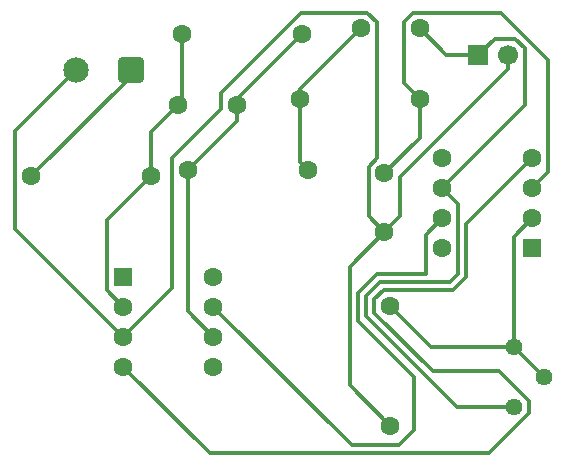
<source format=gbr>
%TF.GenerationSoftware,KiCad,Pcbnew,9.0.6*%
%TF.CreationDate,2025-11-19T17:39:34+05:30*%
%TF.ProjectId,ctd_project,6374645f-7072-46f6-9a65-63742e6b6963,rev?*%
%TF.SameCoordinates,Original*%
%TF.FileFunction,Copper,L2,Bot*%
%TF.FilePolarity,Positive*%
%FSLAX46Y46*%
G04 Gerber Fmt 4.6, Leading zero omitted, Abs format (unit mm)*
G04 Created by KiCad (PCBNEW 9.0.6) date 2025-11-19 17:39:34*
%MOMM*%
%LPD*%
G01*
G04 APERTURE LIST*
G04 Aperture macros list*
%AMRoundRect*
0 Rectangle with rounded corners*
0 $1 Rounding radius*
0 $2 $3 $4 $5 $6 $7 $8 $9 X,Y pos of 4 corners*
0 Add a 4 corners polygon primitive as box body*
4,1,4,$2,$3,$4,$5,$6,$7,$8,$9,$2,$3,0*
0 Add four circle primitives for the rounded corners*
1,1,$1+$1,$2,$3*
1,1,$1+$1,$4,$5*
1,1,$1+$1,$6,$7*
1,1,$1+$1,$8,$9*
0 Add four rect primitives between the rounded corners*
20,1,$1+$1,$2,$3,$4,$5,0*
20,1,$1+$1,$4,$5,$6,$7,0*
20,1,$1+$1,$6,$7,$8,$9,0*
20,1,$1+$1,$8,$9,$2,$3,0*%
G04 Aperture macros list end*
%TA.AperFunction,ComponentPad*%
%ADD10R,1.700000X1.700000*%
%TD*%
%TA.AperFunction,ComponentPad*%
%ADD11C,1.700000*%
%TD*%
%TA.AperFunction,ComponentPad*%
%ADD12RoundRect,0.250000X0.825000X0.825000X-0.825000X0.825000X-0.825000X-0.825000X0.825000X-0.825000X0*%
%TD*%
%TA.AperFunction,ComponentPad*%
%ADD13C,2.150000*%
%TD*%
%TA.AperFunction,ComponentPad*%
%ADD14C,1.600000*%
%TD*%
%TA.AperFunction,ComponentPad*%
%ADD15C,1.440000*%
%TD*%
%TA.AperFunction,ComponentPad*%
%ADD16RoundRect,0.250000X0.550000X0.550000X-0.550000X0.550000X-0.550000X-0.550000X0.550000X-0.550000X0*%
%TD*%
%TA.AperFunction,ComponentPad*%
%ADD17RoundRect,0.250000X-0.550000X-0.550000X0.550000X-0.550000X0.550000X0.550000X-0.550000X0.550000X0*%
%TD*%
%TA.AperFunction,Conductor*%
%ADD18C,0.300000*%
%TD*%
G04 APERTURE END LIST*
D10*
%TO.P,J1,1,Pin_1*%
%TO.N,/vout*%
X170960000Y-84250000D03*
D11*
%TO.P,J1,2,Pin_2*%
%TO.N,GND*%
X173500000Y-84250000D03*
%TD*%
D12*
%TO.P,J3,1,Pin_1*%
%TO.N,/vin*%
X141500000Y-85500000D03*
D13*
%TO.P,J3,2,Pin_2*%
%TO.N,GND*%
X136900000Y-85500000D03*
%TD*%
D14*
%TO.P,C2,1*%
%TO.N,Net-(U2-+)*%
X163000000Y-94250000D03*
%TO.P,C2,2*%
%TO.N,GND*%
X163000000Y-99250000D03*
%TD*%
D15*
%TO.P,RV1,1,1*%
%TO.N,/vout*%
X173960000Y-114040000D03*
%TO.P,RV1,2,2*%
%TO.N,Net-(U2--)*%
X176500000Y-111500000D03*
%TO.P,RV1,3,3*%
X173960000Y-108960000D03*
%TD*%
D16*
%TO.P,U2,1,NULL*%
%TO.N,unconnected-(U2-NULL-Pad1)*%
X175500000Y-100620000D03*
D14*
%TO.P,U2,2,-*%
%TO.N,Net-(U2--)*%
X175500000Y-98080000D03*
%TO.P,U2,3,+*%
%TO.N,Net-(U2-+)*%
X175500000Y-95540000D03*
%TO.P,U2,4,V-*%
%TO.N,VEE*%
X175500000Y-93000000D03*
%TO.P,U2,5,NULL*%
%TO.N,unconnected-(U2-NULL-Pad5)*%
X167880000Y-93000000D03*
%TO.P,U2,6*%
%TO.N,/vout*%
X167880000Y-95540000D03*
%TO.P,U2,7,V+*%
%TO.N,VCC*%
X167880000Y-98080000D03*
%TO.P,U2,8,NC*%
%TO.N,unconnected-(U2-NC-Pad8)*%
X167880000Y-100620000D03*
%TD*%
%TO.P,R2,1*%
%TO.N,Net-(U2-+)*%
X166000000Y-88000000D03*
%TO.P,R2,2*%
%TO.N,Net-(C1-Pad1)*%
X155840000Y-88000000D03*
%TD*%
%TO.P,R4,1*%
%TO.N,Net-(U2--)*%
X163500000Y-105500000D03*
%TO.P,R4,2*%
%TO.N,GND*%
X163500000Y-115660000D03*
%TD*%
%TO.P,C1,1*%
%TO.N,Net-(C1-Pad1)*%
X161000000Y-82000000D03*
%TO.P,C1,2*%
%TO.N,/vout*%
X166000000Y-82000000D03*
%TD*%
D17*
%TO.P,U1,1,NULL*%
%TO.N,unconnected-(U1-NULL-Pad1)*%
X140880000Y-103000000D03*
D14*
%TO.P,U1,2,-*%
%TO.N,Net-(U1--)*%
X140880000Y-105540000D03*
%TO.P,U1,3,+*%
%TO.N,GND*%
X140880000Y-108080000D03*
%TO.P,U1,4,V-*%
%TO.N,VEE*%
X140880000Y-110620000D03*
%TO.P,U1,5,NULL*%
%TO.N,unconnected-(U1-NULL-Pad5)*%
X148500000Y-110620000D03*
%TO.P,U1,6*%
%TO.N,Net-(C3-Pad2)*%
X148500000Y-108080000D03*
%TO.P,U1,7,V+*%
%TO.N,VCC*%
X148500000Y-105540000D03*
%TO.P,U1,8,NC*%
%TO.N,unconnected-(U1-NC-Pad8)*%
X148500000Y-103000000D03*
%TD*%
%TO.P,R5,1*%
%TO.N,/vin*%
X133090000Y-94500000D03*
%TO.P,R5,2*%
%TO.N,Net-(U1--)*%
X143250000Y-94500000D03*
%TD*%
%TO.P,R6,1*%
%TO.N,Net-(U1--)*%
X145840000Y-82500000D03*
%TO.P,R6,2*%
%TO.N,Net-(C3-Pad2)*%
X156000000Y-82500000D03*
%TD*%
%TO.P,R1,1*%
%TO.N,Net-(C1-Pad1)*%
X156500000Y-94000000D03*
%TO.P,R1,2*%
%TO.N,Net-(C3-Pad2)*%
X146340000Y-94000000D03*
%TD*%
%TO.P,C3,1*%
%TO.N,Net-(U1--)*%
X145500000Y-88500000D03*
%TO.P,C3,2*%
%TO.N,Net-(C3-Pad2)*%
X150500000Y-88500000D03*
%TD*%
D18*
%TO.N,/vout*%
X174901000Y-88519000D02*
X167880000Y-95540000D01*
X170960000Y-84250000D02*
X172361000Y-82849000D01*
X168552000Y-103448000D02*
X162650033Y-103448000D01*
X162650033Y-103448000D02*
X161448000Y-104650033D01*
X169231000Y-96891000D02*
X169231000Y-102769000D01*
X161448000Y-106349967D02*
X169138033Y-114040000D01*
X174901000Y-83669686D02*
X174901000Y-88519000D01*
X167880000Y-95540000D02*
X169231000Y-96891000D01*
X169138033Y-114040000D02*
X173960000Y-114040000D01*
X161448000Y-104650033D02*
X161448000Y-106349967D01*
X174080314Y-82849000D02*
X174901000Y-83669686D01*
X169231000Y-102769000D02*
X168552000Y-103448000D01*
X172361000Y-82849000D02*
X174080314Y-82849000D01*
X168250000Y-84250000D02*
X166000000Y-82000000D01*
X170960000Y-84250000D02*
X168250000Y-84250000D01*
%TO.N,Net-(C1-Pad1)*%
X155840000Y-88000000D02*
X155840000Y-93340000D01*
X155840000Y-88000000D02*
X155840000Y-87160000D01*
X155840000Y-93340000D02*
X156500000Y-94000000D01*
X155840000Y-87160000D02*
X161000000Y-82000000D01*
%TO.N,GND*%
X131739000Y-98939000D02*
X140880000Y-108080000D01*
X144989000Y-93002364D02*
X149149000Y-88842364D01*
X160046000Y-102204000D02*
X163000000Y-99250000D01*
X164351000Y-97899000D02*
X163000000Y-99250000D01*
X162351000Y-92988397D02*
X161649000Y-93690397D01*
X161649000Y-93690397D02*
X161649000Y-97899000D01*
X140880000Y-108080000D02*
X144989000Y-103971000D01*
X131739000Y-90661000D02*
X131739000Y-98939000D01*
X160046000Y-112206000D02*
X160046000Y-102204000D01*
X164351000Y-94601081D02*
X164351000Y-97899000D01*
X163500000Y-115660000D02*
X160046000Y-112206000D01*
X149149000Y-88842364D02*
X149149000Y-87440397D01*
X161649000Y-97899000D02*
X163000000Y-99250000D01*
X144989000Y-103971000D02*
X144989000Y-93002364D01*
X136900000Y-85500000D02*
X131739000Y-90661000D01*
X149149000Y-87440397D02*
X155940397Y-80649000D01*
X162351000Y-81440397D02*
X162351000Y-92988397D01*
X173500000Y-85452081D02*
X164351000Y-94601081D01*
X173500000Y-84250000D02*
X173500000Y-85452081D01*
X155940397Y-80649000D02*
X161559603Y-80649000D01*
X161559603Y-80649000D02*
X162351000Y-81440397D01*
%TO.N,Net-(U2-+)*%
X176851000Y-84628322D02*
X172871678Y-80649000D01*
X164649000Y-86649000D02*
X166000000Y-88000000D01*
X166000000Y-88000000D02*
X166000000Y-91250000D01*
X176851000Y-94189000D02*
X176851000Y-84628322D01*
X172871678Y-80649000D02*
X165440397Y-80649000D01*
X166000000Y-91250000D02*
X163000000Y-94250000D01*
X175500000Y-95540000D02*
X176851000Y-94189000D01*
X164649000Y-81440397D02*
X164649000Y-86649000D01*
X165440397Y-80649000D02*
X164649000Y-81440397D01*
%TO.N,Net-(U1--)*%
X143250000Y-90750000D02*
X145500000Y-88500000D01*
X143250000Y-94500000D02*
X143250000Y-90750000D01*
X145840000Y-88160000D02*
X145500000Y-88500000D01*
X143250000Y-94500000D02*
X139500000Y-98250000D01*
X145840000Y-82500000D02*
X145840000Y-88160000D01*
X139500000Y-98250000D02*
X139500000Y-104160000D01*
X139500000Y-104160000D02*
X140880000Y-105540000D01*
%TO.N,Net-(C3-Pad2)*%
X146340000Y-105920000D02*
X148500000Y-108080000D01*
X156000000Y-82500000D02*
X150500000Y-88000000D01*
X146340000Y-94000000D02*
X146340000Y-105920000D01*
X150500000Y-88500000D02*
X150500000Y-89840000D01*
X150500000Y-89840000D02*
X146340000Y-94000000D01*
X150500000Y-88000000D02*
X150500000Y-88500000D01*
%TO.N,VEE*%
X162149000Y-106059603D02*
X162149000Y-104940397D01*
X162940397Y-104149000D02*
X168842364Y-104149000D01*
X169932000Y-98568000D02*
X175500000Y-93000000D01*
X169932000Y-103059364D02*
X169932000Y-98568000D01*
X148211000Y-117951000D02*
X171846466Y-117951000D01*
X175231000Y-114566466D02*
X175231000Y-113513534D01*
X140880000Y-110620000D02*
X148211000Y-117951000D01*
X171846466Y-117951000D02*
X175231000Y-114566466D01*
X168842364Y-104149000D02*
X169932000Y-103059364D01*
X167080761Y-110991364D02*
X162149000Y-106059603D01*
X172708830Y-110991364D02*
X167080761Y-110991364D01*
X162149000Y-104940397D02*
X162940397Y-104149000D01*
X175231000Y-113513534D02*
X172708830Y-110991364D01*
%TO.N,VCC*%
X160747000Y-106747000D02*
X160747000Y-104359669D01*
X166500000Y-99460000D02*
X167880000Y-98080000D01*
X162359669Y-102747000D02*
X166500000Y-102747000D01*
X165500000Y-111500000D02*
X160747000Y-106747000D01*
X160210000Y-117250000D02*
X164250000Y-117250000D01*
X165500000Y-116000000D02*
X165500000Y-111500000D01*
X148500000Y-105540000D02*
X160210000Y-117250000D01*
X164250000Y-117250000D02*
X165500000Y-116000000D01*
X160747000Y-104359669D02*
X162359669Y-102747000D01*
X166500000Y-102747000D02*
X166500000Y-99460000D01*
%TO.N,/vin*%
X141500000Y-86090000D02*
X133090000Y-94500000D01*
X141500000Y-85500000D02*
X141500000Y-86090000D01*
%TO.N,Net-(U2--)*%
X173960000Y-108960000D02*
X173960000Y-99620000D01*
X176500000Y-111500000D02*
X173960000Y-108960000D01*
X173960000Y-99620000D02*
X175500000Y-98080000D01*
X173960000Y-108960000D02*
X166960000Y-108960000D01*
X166960000Y-108960000D02*
X163500000Y-105500000D01*
%TD*%
M02*

</source>
